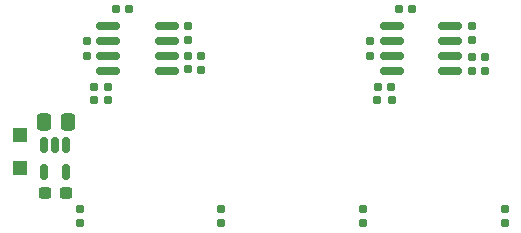
<source format=gbr>
%TF.GenerationSoftware,KiCad,Pcbnew,6.0.0*%
%TF.CreationDate,2022-01-04T22:09:20+01:00*%
%TF.ProjectId,mini_light_control,6d696e69-5f6c-4696-9768-745f636f6e74,v1.0*%
%TF.SameCoordinates,Original*%
%TF.FileFunction,Paste,Bot*%
%TF.FilePolarity,Positive*%
%FSLAX46Y46*%
G04 Gerber Fmt 4.6, Leading zero omitted, Abs format (unit mm)*
G04 Created by KiCad (PCBNEW 6.0.0) date 2022-01-04 22:09:20*
%MOMM*%
%LPD*%
G01*
G04 APERTURE LIST*
G04 Aperture macros list*
%AMRoundRect*
0 Rectangle with rounded corners*
0 $1 Rounding radius*
0 $2 $3 $4 $5 $6 $7 $8 $9 X,Y pos of 4 corners*
0 Add a 4 corners polygon primitive as box body*
4,1,4,$2,$3,$4,$5,$6,$7,$8,$9,$2,$3,0*
0 Add four circle primitives for the rounded corners*
1,1,$1+$1,$2,$3*
1,1,$1+$1,$4,$5*
1,1,$1+$1,$6,$7*
1,1,$1+$1,$8,$9*
0 Add four rect primitives between the rounded corners*
20,1,$1+$1,$2,$3,$4,$5,0*
20,1,$1+$1,$4,$5,$6,$7,0*
20,1,$1+$1,$6,$7,$8,$9,0*
20,1,$1+$1,$8,$9,$2,$3,0*%
G04 Aperture macros list end*
%ADD10RoundRect,0.150000X0.825000X0.150000X-0.825000X0.150000X-0.825000X-0.150000X0.825000X-0.150000X0*%
%ADD11RoundRect,0.160000X0.160000X-0.197500X0.160000X0.197500X-0.160000X0.197500X-0.160000X-0.197500X0*%
%ADD12RoundRect,0.160000X-0.160000X0.197500X-0.160000X-0.197500X0.160000X-0.197500X0.160000X0.197500X0*%
%ADD13RoundRect,0.160000X-0.197500X-0.160000X0.197500X-0.160000X0.197500X0.160000X-0.197500X0.160000X0*%
%ADD14RoundRect,0.155000X-0.155000X0.212500X-0.155000X-0.212500X0.155000X-0.212500X0.155000X0.212500X0*%
%ADD15RoundRect,0.155000X-0.212500X-0.155000X0.212500X-0.155000X0.212500X0.155000X-0.212500X0.155000X0*%
%ADD16RoundRect,0.155000X0.212500X0.155000X-0.212500X0.155000X-0.212500X-0.155000X0.212500X-0.155000X0*%
%ADD17RoundRect,0.237500X-0.300000X-0.237500X0.300000X-0.237500X0.300000X0.237500X-0.300000X0.237500X0*%
%ADD18RoundRect,0.150000X-0.150000X0.512500X-0.150000X-0.512500X0.150000X-0.512500X0.150000X0.512500X0*%
%ADD19RoundRect,0.250000X-0.337500X-0.475000X0.337500X-0.475000X0.337500X0.475000X-0.337500X0.475000X0*%
%ADD20R,1.200000X1.200000*%
G04 APERTURE END LIST*
D10*
%TO.C,U3*%
X142775000Y-42795000D03*
X142775000Y-44065000D03*
X142775000Y-45335000D03*
X142775000Y-46605000D03*
X137825000Y-46605000D03*
X137825000Y-45335000D03*
X137825000Y-44065000D03*
X137825000Y-42795000D03*
%TD*%
D11*
%TO.C,R4*%
X121700000Y-46497500D03*
X121700000Y-45302500D03*
%TD*%
D12*
%TO.C,R1*%
X111400000Y-58302500D03*
X111400000Y-59497500D03*
%TD*%
%TO.C,R7*%
X135400000Y-58302500D03*
X135400000Y-59497500D03*
%TD*%
D13*
%TO.C,R8*%
X136602500Y-49100000D03*
X137797500Y-49100000D03*
%TD*%
D11*
%TO.C,R10*%
X145700000Y-46597500D03*
X145700000Y-45402500D03*
%TD*%
%TO.C,R6*%
X120600000Y-43997500D03*
X120600000Y-42802500D03*
%TD*%
D14*
%TO.C,C10*%
X144600000Y-45432500D03*
X144600000Y-46567500D03*
%TD*%
D15*
%TO.C,C11*%
X138432500Y-41400000D03*
X139567500Y-41400000D03*
%TD*%
D16*
%TO.C,C9*%
X137767500Y-48000000D03*
X136632500Y-48000000D03*
%TD*%
D17*
%TO.C,C8*%
X108487502Y-56937501D03*
X110212502Y-56937501D03*
%TD*%
D14*
%TO.C,C3*%
X120600000Y-45332500D03*
X120600000Y-46467500D03*
%TD*%
D11*
%TO.C,R11*%
X136000000Y-45297500D03*
X136000000Y-44102500D03*
%TD*%
D15*
%TO.C,C4*%
X114432500Y-41400000D03*
X115567500Y-41400000D03*
%TD*%
D10*
%TO.C,U1*%
X118775000Y-42795000D03*
X118775000Y-44065000D03*
X118775000Y-45335000D03*
X118775000Y-46605000D03*
X113825000Y-46605000D03*
X113825000Y-45335000D03*
X113825000Y-44065000D03*
X113825000Y-42795000D03*
%TD*%
D11*
%TO.C,R12*%
X144600000Y-43997500D03*
X144600000Y-42802500D03*
%TD*%
D13*
%TO.C,R2*%
X112602500Y-49100000D03*
X113797500Y-49100000D03*
%TD*%
D12*
%TO.C,R3*%
X123400000Y-58302500D03*
X123400000Y-59497500D03*
%TD*%
%TO.C,R9*%
X147400000Y-58302500D03*
X147400000Y-59497500D03*
%TD*%
D18*
%TO.C,U2*%
X108350000Y-52862500D03*
X109300000Y-52862500D03*
X110250000Y-52862500D03*
X110250000Y-55137500D03*
X108350000Y-55137500D03*
%TD*%
D16*
%TO.C,C2*%
X113767500Y-48000000D03*
X112632500Y-48000000D03*
%TD*%
D19*
%TO.C,C5*%
X108362500Y-50900000D03*
X110437500Y-50900000D03*
%TD*%
D20*
%TO.C,D1*%
X106300000Y-52000000D03*
X106300000Y-54800000D03*
%TD*%
D11*
%TO.C,R5*%
X112000000Y-45297500D03*
X112000000Y-44102500D03*
%TD*%
M02*

</source>
